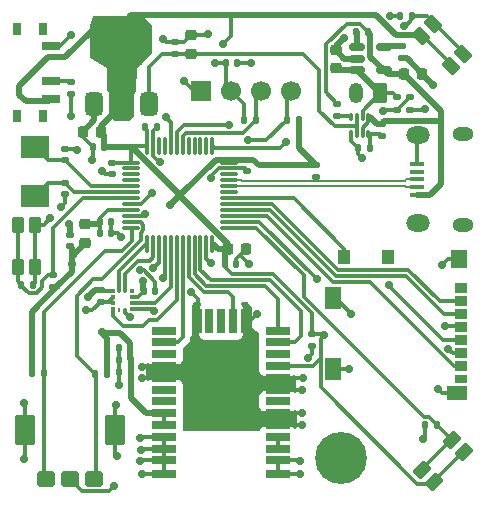
<source format=gbr>
%TF.GenerationSoftware,KiCad,Pcbnew,9.0.2*%
%TF.CreationDate,2025-09-05T22:55:57-04:00*%
%TF.ProjectId,GPSWatch,47505357-6174-4636-982e-6b696361645f,rev?*%
%TF.SameCoordinates,Original*%
%TF.FileFunction,Copper,L1,Top*%
%TF.FilePolarity,Positive*%
%FSLAX46Y46*%
G04 Gerber Fmt 4.6, Leading zero omitted, Abs format (unit mm)*
G04 Created by KiCad (PCBNEW 9.0.2) date 2025-09-05 22:55:57*
%MOMM*%
%LPD*%
G01*
G04 APERTURE LIST*
G04 Aperture macros list*
%AMRoundRect*
0 Rectangle with rounded corners*
0 $1 Rounding radius*
0 $2 $3 $4 $5 $6 $7 $8 $9 X,Y pos of 4 corners*
0 Add a 4 corners polygon primitive as box body*
4,1,4,$2,$3,$4,$5,$6,$7,$8,$9,$2,$3,0*
0 Add four circle primitives for the rounded corners*
1,1,$1+$1,$2,$3*
1,1,$1+$1,$4,$5*
1,1,$1+$1,$6,$7*
1,1,$1+$1,$8,$9*
0 Add four rect primitives between the rounded corners*
20,1,$1+$1,$2,$3,$4,$5,0*
20,1,$1+$1,$4,$5,$6,$7,0*
20,1,$1+$1,$6,$7,$8,$9,0*
20,1,$1+$1,$8,$9,$2,$3,0*%
G04 Aperture macros list end*
%TA.AperFunction,SMDPad,CuDef*%
%ADD10RoundRect,0.375000X0.375000X-0.625000X0.375000X0.625000X-0.375000X0.625000X-0.375000X-0.625000X0*%
%TD*%
%TA.AperFunction,SMDPad,CuDef*%
%ADD11RoundRect,0.500000X1.400000X-0.500000X1.400000X0.500000X-1.400000X0.500000X-1.400000X-0.500000X0*%
%TD*%
%TA.AperFunction,SMDPad,CuDef*%
%ADD12R,0.350000X0.300000*%
%TD*%
%TA.AperFunction,SMDPad,CuDef*%
%ADD13R,0.250000X0.300000*%
%TD*%
%TA.AperFunction,SMDPad,CuDef*%
%ADD14RoundRect,0.140000X-0.170000X0.140000X-0.170000X-0.140000X0.170000X-0.140000X0.170000X0.140000X0*%
%TD*%
%TA.AperFunction,SMDPad,CuDef*%
%ADD15RoundRect,0.135000X-0.135000X-0.185000X0.135000X-0.185000X0.135000X0.185000X-0.135000X0.185000X0*%
%TD*%
%TA.AperFunction,SMDPad,CuDef*%
%ADD16RoundRect,0.140000X-0.140000X-0.170000X0.140000X-0.170000X0.140000X0.170000X-0.140000X0.170000X0*%
%TD*%
%TA.AperFunction,SMDPad,CuDef*%
%ADD17RoundRect,0.250000X-0.123744X-0.512652X0.512652X0.123744X0.123744X0.512652X-0.512652X-0.123744X0*%
%TD*%
%TA.AperFunction,SMDPad,CuDef*%
%ADD18RoundRect,0.225000X0.225000X0.250000X-0.225000X0.250000X-0.225000X-0.250000X0.225000X-0.250000X0*%
%TD*%
%TA.AperFunction,SMDPad,CuDef*%
%ADD19RoundRect,0.225000X0.250000X-0.225000X0.250000X0.225000X-0.250000X0.225000X-0.250000X-0.225000X0*%
%TD*%
%TA.AperFunction,SMDPad,CuDef*%
%ADD20RoundRect,0.225000X-0.225000X-0.250000X0.225000X-0.250000X0.225000X0.250000X-0.225000X0.250000X0*%
%TD*%
%TA.AperFunction,SMDPad,CuDef*%
%ADD21R,1.300000X0.450000*%
%TD*%
%TA.AperFunction,HeatsinkPad*%
%ADD22O,1.800000X1.150000*%
%TD*%
%TA.AperFunction,HeatsinkPad*%
%ADD23O,2.000000X1.450000*%
%TD*%
%TA.AperFunction,SMDPad,CuDef*%
%ADD24RoundRect,0.050000X0.100000X-0.285000X0.100000X0.285000X-0.100000X0.285000X-0.100000X-0.285000X0*%
%TD*%
%TA.AperFunction,ComponentPad*%
%ADD25R,1.700000X1.700000*%
%TD*%
%TA.AperFunction,ComponentPad*%
%ADD26C,1.700000*%
%TD*%
%TA.AperFunction,SMDPad,CuDef*%
%ADD27RoundRect,0.140000X0.170000X-0.140000X0.170000X0.140000X-0.170000X0.140000X-0.170000X-0.140000X0*%
%TD*%
%TA.AperFunction,SMDPad,CuDef*%
%ADD28R,2.150000X0.700000*%
%TD*%
%TA.AperFunction,SMDPad,CuDef*%
%ADD29R,0.700000X2.150000*%
%TD*%
%TA.AperFunction,SMDPad,CuDef*%
%ADD30RoundRect,0.140000X0.140000X0.170000X-0.140000X0.170000X-0.140000X-0.170000X0.140000X-0.170000X0*%
%TD*%
%TA.AperFunction,SMDPad,CuDef*%
%ADD31RoundRect,0.075000X-0.662500X-0.075000X0.662500X-0.075000X0.662500X0.075000X-0.662500X0.075000X0*%
%TD*%
%TA.AperFunction,SMDPad,CuDef*%
%ADD32RoundRect,0.075000X-0.075000X-0.662500X0.075000X-0.662500X0.075000X0.662500X-0.075000X0.662500X0*%
%TD*%
%TA.AperFunction,SMDPad,CuDef*%
%ADD33RoundRect,0.135000X0.135000X0.185000X-0.135000X0.185000X-0.135000X-0.185000X0.135000X-0.185000X0*%
%TD*%
%TA.AperFunction,SMDPad,CuDef*%
%ADD34RoundRect,0.250000X-0.275000X0.450000X-0.275000X-0.450000X0.275000X-0.450000X0.275000X0.450000X0*%
%TD*%
%TA.AperFunction,SMDPad,CuDef*%
%ADD35RoundRect,0.135000X0.185000X-0.135000X0.185000X0.135000X-0.185000X0.135000X-0.185000X-0.135000X0*%
%TD*%
%TA.AperFunction,SMDPad,CuDef*%
%ADD36RoundRect,0.250000X0.512652X-0.123744X-0.123744X0.512652X-0.512652X0.123744X0.123744X-0.512652X0*%
%TD*%
%TA.AperFunction,ComponentPad*%
%ADD37C,4.400000*%
%TD*%
%TA.AperFunction,SMDPad,CuDef*%
%ADD38R,0.800000X1.000000*%
%TD*%
%TA.AperFunction,SMDPad,CuDef*%
%ADD39R,1.500000X0.700000*%
%TD*%
%TA.AperFunction,SMDPad,CuDef*%
%ADD40RoundRect,0.135000X-0.185000X0.135000X-0.185000X-0.135000X0.185000X-0.135000X0.185000X0.135000X0*%
%TD*%
%TA.AperFunction,SMDPad,CuDef*%
%ADD41RoundRect,0.195000X-0.555000X-0.455000X0.555000X-0.455000X0.555000X0.455000X-0.555000X0.455000X0*%
%TD*%
%TA.AperFunction,SMDPad,CuDef*%
%ADD42RoundRect,0.255000X-0.595000X-1.045000X0.595000X-1.045000X0.595000X1.045000X-0.595000X1.045000X0*%
%TD*%
%TA.AperFunction,SMDPad,CuDef*%
%ADD43RoundRect,0.150000X-0.512500X-0.150000X0.512500X-0.150000X0.512500X0.150000X-0.512500X0.150000X0*%
%TD*%
%TA.AperFunction,SMDPad,CuDef*%
%ADD44R,1.100000X0.850000*%
%TD*%
%TA.AperFunction,SMDPad,CuDef*%
%ADD45R,1.100000X0.750000*%
%TD*%
%TA.AperFunction,SMDPad,CuDef*%
%ADD46R,1.000000X1.200000*%
%TD*%
%TA.AperFunction,SMDPad,CuDef*%
%ADD47R,1.350000X1.550000*%
%TD*%
%TA.AperFunction,SMDPad,CuDef*%
%ADD48R,1.350000X1.900000*%
%TD*%
%TA.AperFunction,SMDPad,CuDef*%
%ADD49R,1.800000X1.170000*%
%TD*%
%TA.AperFunction,SMDPad,CuDef*%
%ADD50R,2.400000X1.900000*%
%TD*%
%TA.AperFunction,SMDPad,CuDef*%
%ADD51RoundRect,0.218750X-0.256250X0.218750X-0.256250X-0.218750X0.256250X-0.218750X0.256250X0.218750X0*%
%TD*%
%TA.AperFunction,ComponentPad*%
%ADD52RoundRect,0.250000X0.350000X0.625000X-0.350000X0.625000X-0.350000X-0.625000X0.350000X-0.625000X0*%
%TD*%
%TA.AperFunction,ComponentPad*%
%ADD53O,1.200000X1.750000*%
%TD*%
%TA.AperFunction,ViaPad*%
%ADD54C,0.700000*%
%TD*%
%TA.AperFunction,Conductor*%
%ADD55C,0.300000*%
%TD*%
%TA.AperFunction,Conductor*%
%ADD56C,0.500000*%
%TD*%
%TA.AperFunction,Conductor*%
%ADD57C,0.200000*%
%TD*%
G04 APERTURE END LIST*
D10*
%TO.P,U2,1,GND*%
%TO.N,GND*%
X142500000Y-100800000D03*
%TO.P,U2,2,VO*%
%TO.N,+3.3V*%
X144800000Y-100800000D03*
D11*
X144800000Y-94500000D03*
D10*
%TO.P,U2,3,VI*%
%TO.N,/VCC*%
X147100000Y-100800000D03*
%TD*%
D12*
%TO.P,U6,1,SDO*%
%TO.N,/ACC_MISO*%
X145637500Y-118125000D03*
%TO.P,U6,2,SDX*%
%TO.N,/ACC_MOSI*%
X145637500Y-117625000D03*
%TO.P,U6,3,VDDIO*%
%TO.N,+3.3V*%
X145637500Y-117125000D03*
%TO.P,U6,4,ASDA*%
%TO.N,unconnected-(U6-ASDA-Pad4)*%
X145637500Y-116625000D03*
D13*
%TO.P,U6,5,INT1*%
%TO.N,/ACCEl_INT1*%
X145112500Y-116575000D03*
%TO.P,U6,6,INT2*%
%TO.N,/ACCEl_INT2*%
X144612500Y-116575000D03*
D12*
%TO.P,U6,7,VDD*%
%TO.N,+3.3V*%
X144087500Y-116625000D03*
%TO.P,U6,8,GNDIO*%
%TO.N,GND*%
X144087500Y-117125000D03*
%TO.P,U6,9,GND*%
X144087500Y-117625000D03*
%TO.P,U6,10,~{CS}*%
%TO.N,/ACC_CS*%
X144087500Y-118125000D03*
D13*
%TO.P,U6,11,ASCL*%
%TO.N,unconnected-(U6-ASCL-Pad11)*%
X144612500Y-118175000D03*
%TO.P,U6,12,SCX*%
%TO.N,/ACC_SCK*%
X145112500Y-118175000D03*
%TD*%
D14*
%TO.P,C16,1*%
%TO.N,+3.3V*%
X160900000Y-120270000D03*
%TO.P,C16,2*%
%TO.N,GND*%
X160900000Y-121230000D03*
%TD*%
D15*
%TO.P,R15,1*%
%TO.N,GND*%
X168365000Y-93325000D03*
%TO.P,R15,2*%
%TO.N,/BTN_SEL*%
X169385000Y-93325000D03*
%TD*%
D16*
%TO.P,C15,1*%
%TO.N,+3.3V*%
X146670000Y-116600000D03*
%TO.P,C15,2*%
%TO.N,GND*%
X147630000Y-116600000D03*
%TD*%
D14*
%TO.P,C18,1*%
%TO.N,+3.3V*%
X143037500Y-116545000D03*
%TO.P,C18,2*%
%TO.N,GND*%
X143037500Y-117505000D03*
%TD*%
D16*
%TO.P,C4,1*%
%TO.N,+3.3V*%
X153545000Y-114300000D03*
%TO.P,C4,2*%
%TO.N,GND*%
X154505000Y-114300000D03*
%TD*%
D17*
%TO.P,SW4,1,1*%
%TO.N,/BTN_BCK*%
X170218091Y-131763675D03*
X172763675Y-129218091D03*
%TO.P,SW4,2,2*%
%TO.N,+3.3V*%
X171236325Y-132781909D03*
X173781909Y-130236325D03*
%TD*%
D15*
%TO.P,R10,1*%
%TO.N,+3.3V*%
X137190000Y-123575000D03*
%TO.P,R10,2*%
%TO.N,/ENC_A*%
X138210000Y-123575000D03*
%TD*%
D18*
%TO.P,C13,1*%
%TO.N,+3.3V*%
X143045000Y-103145000D03*
%TO.P,C13,2*%
%TO.N,GND*%
X141495000Y-103145000D03*
%TD*%
D19*
%TO.P,C10,1*%
%TO.N,/VBAT*%
X162925000Y-97750000D03*
%TO.P,C10,2*%
%TO.N,GND*%
X162925000Y-96200000D03*
%TD*%
D20*
%TO.P,C9,1*%
%TO.N,/VBUS*%
X168712500Y-98237500D03*
%TO.P,C9,2*%
%TO.N,GND*%
X170262500Y-98237500D03*
%TD*%
D16*
%TO.P,C6,1*%
%TO.N,Net-(U1-VDDA)*%
X142945000Y-111730000D03*
%TO.P,C6,2*%
%TO.N,GND*%
X143905000Y-111730000D03*
%TD*%
%TO.P,C7,1*%
%TO.N,Net-(U1-VDDA)*%
X142945000Y-110730000D03*
%TO.P,C7,2*%
%TO.N,GND*%
X143905000Y-110730000D03*
%TD*%
D21*
%TO.P,J1,1,VBUS*%
%TO.N,/VBUS*%
X169825000Y-108450000D03*
%TO.P,J1,2,D-*%
%TO.N,/D-*%
X169825000Y-107800000D03*
%TO.P,J1,3,D+*%
%TO.N,/D+*%
X169825000Y-107150000D03*
%TO.P,J1,4,ID*%
%TO.N,unconnected-(J1-ID-Pad4)*%
X169825000Y-106500000D03*
%TO.P,J1,5,GND*%
%TO.N,GND*%
X169825000Y-105850000D03*
D22*
%TO.P,J1,6,Shield*%
X173675000Y-111025000D03*
D23*
X169875000Y-110875000D03*
X169875000Y-103425000D03*
D22*
X173675000Y-103275000D03*
%TD*%
D15*
%TO.P,R6,1*%
%TO.N,GND*%
X164815000Y-104485000D03*
%TO.P,R6,2*%
%TO.N,Net-(U4-PR1)*%
X165835000Y-104485000D03*
%TD*%
D20*
%TO.P,C5,1*%
%TO.N,+3.3V*%
X153800000Y-113025000D03*
%TO.P,C5,2*%
%TO.N,GND*%
X155350000Y-113025000D03*
%TD*%
D24*
%TO.P,U4,1,GND*%
%TO.N,GND*%
X164200000Y-103350000D03*
%TO.P,U4,2,VOUT*%
%TO.N,/VCC*%
X164700000Y-103350000D03*
%TO.P,U4,3,VIN1*%
%TO.N,/VBUS*%
X165200000Y-103350000D03*
%TO.P,U4,4,PR1*%
%TO.N,Net-(U4-PR1)*%
X165700000Y-103350000D03*
%TO.P,U4,5,MODE*%
%TO.N,/VBUS*%
X165700000Y-101870000D03*
%TO.P,U4,6,VIN2*%
%TO.N,/VBAT*%
X165200000Y-101870000D03*
%TO.P,U4,7,VOUT*%
%TO.N,/VCC*%
X164700000Y-101870000D03*
%TO.P,U4,8,ST*%
%TO.N,Net-(U4-ST)*%
X164200000Y-101870000D03*
%TD*%
D25*
%TO.P,J5,1,Pin_1*%
%TO.N,GND*%
X151515000Y-99700000D03*
D26*
%TO.P,J5,2,Pin_2*%
%TO.N,+3.3V*%
X154055000Y-99700000D03*
%TO.P,J5,3,Pin_3*%
%TO.N,/DISP_SCL*%
X156595000Y-99700000D03*
%TO.P,J5,4,Pin_4*%
%TO.N,/DISP_SDA*%
X159135000Y-99700000D03*
%TD*%
D27*
%TO.P,C12,1*%
%TO.N,/VCC*%
X149325000Y-96505000D03*
%TO.P,C12,2*%
%TO.N,GND*%
X149325000Y-95545000D03*
%TD*%
D28*
%TO.P,U5,1*%
%TO.N,N/C*%
X148425000Y-119950000D03*
%TO.P,U5,2,3D_FIX*%
%TO.N,/3D_FIX*%
X148425000Y-120950000D03*
%TO.P,U5,3,I2C_SDA*%
%TO.N,unconnected-(U5-I2C_SDA-Pad3)*%
X148425000Y-121950000D03*
%TO.P,U5,4,GND*%
%TO.N,GND*%
X148425000Y-122950000D03*
%TO.P,U5,5,GND__1*%
X148425000Y-123950000D03*
%TO.P,U5,6,I2C_SCL*%
%TO.N,unconnected-(U5-I2C_SCL-Pad6)*%
X148425000Y-124950000D03*
%TO.P,U5,7,EXTINT0*%
%TO.N,unconnected-(U5-EXTINT0-Pad7)*%
X148425000Y-125950000D03*
%TO.P,U5,8,V_BCKP*%
%TO.N,+3.3V*%
X148425000Y-126950000D03*
%TO.P,U5,9,VCC*%
X148425000Y-127950000D03*
%TO.P,U5,10,GND__2*%
%TO.N,GND*%
X148425000Y-128950000D03*
%TO.P,U5,11,GND__3*%
X148425000Y-129950000D03*
%TO.P,U5,12,GND__4*%
X148425000Y-130950000D03*
%TO.P,U5,13,GND__5*%
X148425000Y-132100000D03*
%TO.P,U5,14,GND__6*%
X158025000Y-132100000D03*
%TO.P,U5,15,GND__7*%
X158025000Y-130950000D03*
%TO.P,U5,16,RF_OUT*%
%TO.N,Net-(U5-RF_IN)*%
X158025000Y-129950000D03*
%TO.P,U5,17,RF_IN*%
X158025000Y-128950000D03*
%TO.P,U5,18,GND__8*%
%TO.N,GND*%
X158025000Y-127950000D03*
%TO.P,U5,19,GND__9*%
X158025000Y-126950000D03*
%TO.P,U5,20,JAM_DET*%
%TO.N,unconnected-(U5-JAM_DET-Pad20)*%
X158025000Y-125950000D03*
%TO.P,U5,21,GND__10*%
%TO.N,GND*%
X158025000Y-124950000D03*
%TO.P,U5,22,GND__11*%
X158025000Y-123950000D03*
%TO.P,U5,23,~{RESET}*%
%TO.N,+3.3V*%
X158025000Y-122950000D03*
%TO.P,U5,24,GEO_FENCE*%
%TO.N,unconnected-(U5-GEO_FENCE-Pad24)*%
X158025000Y-121950000D03*
%TO.P,U5,25,TXD1*%
%TO.N,/GPS_TX*%
X158025000Y-120950000D03*
%TO.P,U5,26,RXD1*%
%TO.N,/GPS_RX*%
X158025000Y-119950000D03*
D29*
%TO.P,U5,27,GND__12*%
%TO.N,GND*%
X155225000Y-119150000D03*
%TO.P,U5,28,FORCE_ON*%
%TO.N,/GPS_FON*%
X154225000Y-119150000D03*
%TO.P,U5,29,TIMEPULSE*%
%TO.N,unconnected-(U5-TIMEPULSE-Pad29)*%
X153225000Y-119150000D03*
%TO.P,U5,30,ANTON*%
%TO.N,unconnected-(U5-ANTON-Pad30)*%
X152225000Y-119150000D03*
%TO.P,U5,31,GND__13*%
%TO.N,GND*%
X151225000Y-119150000D03*
%TD*%
D30*
%TO.P,C22,1*%
%TO.N,+3.3V*%
X145555000Y-122425000D03*
%TO.P,C22,2*%
%TO.N,GND*%
X144595000Y-122425000D03*
%TD*%
D14*
%TO.P,C1,1*%
%TO.N,+3.3V*%
X155425000Y-105470000D03*
%TO.P,C1,2*%
%TO.N,GND*%
X155425000Y-106430000D03*
%TD*%
D16*
%TO.P,C17,1*%
%TO.N,+3.3V*%
X153620000Y-97300000D03*
%TO.P,C17,2*%
%TO.N,GND*%
X154580000Y-97300000D03*
%TD*%
D31*
%TO.P,U1,1,VBAT*%
%TO.N,+3.3V*%
X145562500Y-105725000D03*
%TO.P,U1,2,PC13*%
%TO.N,unconnected-(U1-PC13-Pad2)*%
X145562500Y-106225000D03*
%TO.P,U1,3,PC14*%
%TO.N,unconnected-(U1-PC14-Pad3)*%
X145562500Y-106725000D03*
%TO.P,U1,4,PC15*%
%TO.N,unconnected-(U1-PC15-Pad4)*%
X145562500Y-107225000D03*
%TO.P,U1,5,PD0*%
%TO.N,/HSE_IN*%
X145562500Y-107725000D03*
%TO.P,U1,6,PD1*%
%TO.N,/HSE_OUT*%
X145562500Y-108225000D03*
%TO.P,U1,7,NRST*%
%TO.N,Net-(U1-NRST)*%
X145562500Y-108725000D03*
%TO.P,U1,8,VSSA*%
%TO.N,GND*%
X145562500Y-109225000D03*
%TO.P,U1,9,VDDA*%
%TO.N,Net-(U1-VDDA)*%
X145562500Y-109725000D03*
%TO.P,U1,10,PA0*%
%TO.N,/BATSTAT*%
X145562500Y-110225000D03*
%TO.P,U1,11,PA1*%
%TO.N,/ENC_B*%
X145562500Y-110725000D03*
%TO.P,U1,12,PA2*%
%TO.N,/ENC_A*%
X145562500Y-111225000D03*
D32*
%TO.P,U1,13,PA3*%
%TO.N,/ACCEl_INT2*%
X146975000Y-112637500D03*
%TO.P,U1,14,PA4*%
%TO.N,/ACCEl_INT1*%
X147475000Y-112637500D03*
%TO.P,U1,15,PA5*%
%TO.N,/ACC_SCK*%
X147975000Y-112637500D03*
%TO.P,U1,16,PA6*%
%TO.N,/ACC_MISO*%
X148475000Y-112637500D03*
%TO.P,U1,17,PA7*%
%TO.N,/ACC_MOSI*%
X148975000Y-112637500D03*
%TO.P,U1,18,PB0*%
%TO.N,/ACC_CS*%
X149475000Y-112637500D03*
%TO.P,U1,19,PB1*%
%TO.N,/3D_FIX*%
X149975000Y-112637500D03*
%TO.P,U1,20,PB2*%
%TO.N,/GPS_FON*%
X150475000Y-112637500D03*
%TO.P,U1,21,PB10*%
%TO.N,/GPS_RX*%
X150975000Y-112637500D03*
%TO.P,U1,22,PB11*%
%TO.N,/GPS_TX*%
X151475000Y-112637500D03*
%TO.P,U1,23,VSS*%
%TO.N,GND*%
X151975000Y-112637500D03*
%TO.P,U1,24,VDD*%
%TO.N,+3.3V*%
X152475000Y-112637500D03*
D31*
%TO.P,U1,25,PB12*%
%TO.N,/BTN_BCK*%
X153887500Y-111225000D03*
%TO.P,U1,26,PB13*%
%TO.N,/SD_SCK*%
X153887500Y-110725000D03*
%TO.P,U1,27,PB14*%
%TO.N,/SD_MISO*%
X153887500Y-110225000D03*
%TO.P,U1,28,PB15*%
%TO.N,/SD_MOSI*%
X153887500Y-109725000D03*
%TO.P,U1,29,PA8*%
%TO.N,/SD_CS*%
X153887500Y-109225000D03*
%TO.P,U1,30,PA9*%
%TO.N,/SD_DET*%
X153887500Y-108725000D03*
%TO.P,U1,31,PA10*%
%TO.N,unconnected-(U1-PA10-Pad31)*%
X153887500Y-108225000D03*
%TO.P,U1,32,PA11*%
%TO.N,/D-*%
X153887500Y-107725000D03*
%TO.P,U1,33,PA12*%
%TO.N,/D+*%
X153887500Y-107225000D03*
%TO.P,U1,34,PA13*%
%TO.N,unconnected-(U1-PA13-Pad34)*%
X153887500Y-106725000D03*
%TO.P,U1,35,VSS*%
%TO.N,GND*%
X153887500Y-106225000D03*
%TO.P,U1,36,VDD*%
%TO.N,+3.3V*%
X153887500Y-105725000D03*
D32*
%TO.P,U1,37,PA14*%
%TO.N,/BTN_SEL*%
X152475000Y-104312500D03*
%TO.P,U1,38,PA15*%
%TO.N,unconnected-(U1-PA15-Pad38)*%
X151975000Y-104312500D03*
%TO.P,U1,39,PB3*%
%TO.N,unconnected-(U1-PB3-Pad39)*%
X151475000Y-104312500D03*
%TO.P,U1,40,PB4*%
%TO.N,unconnected-(U1-PB4-Pad40)*%
X150975000Y-104312500D03*
%TO.P,U1,41,PB5*%
%TO.N,unconnected-(U1-PB5-Pad41)*%
X150475000Y-104312500D03*
%TO.P,U1,42,PB6*%
%TO.N,/DISP_SCL*%
X149975000Y-104312500D03*
%TO.P,U1,43,PB7*%
%TO.N,/DISP_SDA*%
X149475000Y-104312500D03*
%TO.P,U1,44,BOOT0*%
%TO.N,Net-(U1-BOOT0)*%
X148975000Y-104312500D03*
%TO.P,U1,45,PB8*%
%TO.N,unconnected-(U1-PB8-Pad45)*%
X148475000Y-104312500D03*
%TO.P,U1,46,PB9*%
%TO.N,unconnected-(U1-PB9-Pad46)*%
X147975000Y-104312500D03*
%TO.P,U1,47,VSS*%
%TO.N,GND*%
X147475000Y-104312500D03*
%TO.P,U1,48,VDD*%
%TO.N,+3.3V*%
X146975000Y-104312500D03*
%TD*%
D33*
%TO.P,R3,1*%
%TO.N,/VBUS*%
X165672500Y-94637500D03*
%TO.P,R3,2*%
%TO.N,Net-(U3-STAT)*%
X164652500Y-94637500D03*
%TD*%
D34*
%TO.P,SW5,1,1*%
%TO.N,GND*%
X137445000Y-110975000D03*
X137445000Y-114575000D03*
%TO.P,SW5,2,2*%
%TO.N,Net-(U1-NRST)*%
X136005000Y-110975000D03*
X136005000Y-114575000D03*
%TD*%
D15*
%TO.P,R8,1*%
%TO.N,+3.3V*%
X155165000Y-102150000D03*
%TO.P,R8,2*%
%TO.N,/DISP_SCL*%
X156185000Y-102150000D03*
%TD*%
D35*
%TO.P,R17,1*%
%TO.N,/D+*%
X161250000Y-106985000D03*
%TO.P,R17,2*%
%TO.N,+3.3V*%
X161250000Y-105965000D03*
%TD*%
D36*
%TO.P,SW3,1,1*%
%TO.N,+3.3V*%
X172663675Y-97581909D03*
X170118091Y-95036325D03*
%TO.P,SW3,2,2*%
%TO.N,/BTN_SEL*%
X173681909Y-96563675D03*
X171136325Y-94018091D03*
%TD*%
D15*
%TO.P,R11,1*%
%TO.N,/ENC_B*%
X142515000Y-123600000D03*
%TO.P,R11,2*%
%TO.N,+3.3V*%
X143535000Y-123600000D03*
%TD*%
D37*
%TO.P,H1,1,1*%
%TO.N,GND*%
X163400000Y-130700000D03*
%TD*%
D33*
%TO.P,R9,1*%
%TO.N,+3.3V*%
X159785000Y-102100000D03*
%TO.P,R9,2*%
%TO.N,/DISP_SDA*%
X158765000Y-102100000D03*
%TD*%
D14*
%TO.P,C24,1*%
%TO.N,/HSE_OUT*%
X139975000Y-107445000D03*
%TO.P,C24,2*%
%TO.N,GND*%
X139975000Y-108405000D03*
%TD*%
D38*
%TO.P,SW2,*%
%TO.N,*%
X138185000Y-94450000D03*
X135975000Y-94450000D03*
X138185000Y-101750000D03*
X135975000Y-101750000D03*
D39*
%TO.P,SW2,1,A*%
%TO.N,GND*%
X138835000Y-95850000D03*
%TO.P,SW2,2,B*%
%TO.N,Net-(SW2-B)*%
X138835000Y-98850000D03*
%TO.P,SW2,3,C*%
%TO.N,+3.3V*%
X138835000Y-100350000D03*
%TD*%
D40*
%TO.P,R5,1*%
%TO.N,/VBUS*%
X166825000Y-102475000D03*
%TO.P,R5,2*%
%TO.N,Net-(U4-PR1)*%
X166825000Y-103495000D03*
%TD*%
D30*
%TO.P,C23,1*%
%TO.N,+3.3V*%
X145530000Y-121425000D03*
%TO.P,C23,2*%
%TO.N,GND*%
X144570000Y-121425000D03*
%TD*%
D40*
%TO.P,R4,1*%
%TO.N,Net-(U3-PROG)*%
X168512500Y-95887500D03*
%TO.P,R4,2*%
%TO.N,GND*%
X168512500Y-96907500D03*
%TD*%
D30*
%TO.P,C21,1*%
%TO.N,+3.3V*%
X145555000Y-123450000D03*
%TO.P,C21,2*%
%TO.N,GND*%
X144595000Y-123450000D03*
%TD*%
D41*
%TO.P,SW1,1,A*%
%TO.N,/ENC_A*%
X138425000Y-132550000D03*
%TO.P,SW1,2,C*%
%TO.N,GND*%
X140425000Y-132550000D03*
%TO.P,SW1,3,B*%
%TO.N,/ENC_B*%
X142425000Y-132550000D03*
D42*
%TO.P,SW1,4,4*%
%TO.N,GND*%
X144225000Y-128400000D03*
%TO.P,SW1,5,5*%
X136625000Y-128400000D03*
%TD*%
D40*
%TO.P,R1,1*%
%TO.N,/VBAT*%
X168100000Y-100215000D03*
%TO.P,R1,2*%
%TO.N,/BATSTAT*%
X168100000Y-101235000D03*
%TD*%
D30*
%TO.P,C20,1*%
%TO.N,GND*%
X137280000Y-116100000D03*
%TO.P,C20,2*%
%TO.N,Net-(U1-NRST)*%
X136320000Y-116100000D03*
%TD*%
D27*
%TO.P,C8,1*%
%TO.N,+3.3V*%
X140450000Y-112830000D03*
%TO.P,C8,2*%
%TO.N,GND*%
X140450000Y-111870000D03*
%TD*%
D30*
%TO.P,C14,1*%
%TO.N,+3.3V*%
X143300000Y-104445000D03*
%TO.P,C14,2*%
%TO.N,GND*%
X142340000Y-104445000D03*
%TD*%
D15*
%TO.P,R16,1*%
%TO.N,GND*%
X170490000Y-127925000D03*
%TO.P,R16,2*%
%TO.N,/BTN_BCK*%
X171510000Y-127925000D03*
%TD*%
D19*
%TO.P,C11,1*%
%TO.N,/VCC*%
X150675000Y-96500000D03*
%TO.P,C11,2*%
%TO.N,GND*%
X150675000Y-94950000D03*
%TD*%
D27*
%TO.P,C19,1*%
%TO.N,/HSE_IN*%
X140000000Y-105550000D03*
%TO.P,C19,2*%
%TO.N,GND*%
X140000000Y-104590000D03*
%TD*%
D43*
%TO.P,U3,1,STAT*%
%TO.N,Net-(U3-STAT)*%
X164700000Y-95975000D03*
%TO.P,U3,2,V_{SS}*%
%TO.N,GND*%
X164700000Y-96925000D03*
%TO.P,U3,3,V_{BAT}*%
%TO.N,/VBAT*%
X164700000Y-97875000D03*
%TO.P,U3,4,V_{DD}*%
%TO.N,/VBUS*%
X166975000Y-97875000D03*
%TO.P,U3,5,PROG*%
%TO.N,Net-(U3-PROG)*%
X166975000Y-95975000D03*
%TD*%
D40*
%TO.P,R2,1*%
%TO.N,/BATSTAT*%
X169175000Y-100215000D03*
%TO.P,R2,2*%
%TO.N,GND*%
X169175000Y-101235000D03*
%TD*%
D14*
%TO.P,C2,1*%
%TO.N,+3.3V*%
X143950000Y-105745000D03*
%TO.P,C2,2*%
%TO.N,GND*%
X143950000Y-106705000D03*
%TD*%
D44*
%TO.P,J4,1,DAT2*%
%TO.N,unconnected-(J4-DAT2-Pad1)*%
X173512500Y-116370000D03*
%TO.P,J4,2,DAT3/CD*%
%TO.N,/SD_CS*%
X173512500Y-117470000D03*
%TO.P,J4,3,CMD*%
%TO.N,/SD_MOSI*%
X173512500Y-118570000D03*
%TO.P,J4,4,VDD*%
%TO.N,+3.3V*%
X173512500Y-119670000D03*
%TO.P,J4,5,CLK*%
%TO.N,/SD_SCK*%
X173512500Y-120770000D03*
%TO.P,J4,6,VSS*%
%TO.N,GND*%
X173512500Y-121870000D03*
%TO.P,J4,7,DAT0*%
%TO.N,/SD_MISO*%
X173512500Y-122970000D03*
D45*
%TO.P,J4,8,DAT1*%
%TO.N,unconnected-(J4-DAT1-Pad8)*%
X173512500Y-124020000D03*
D46*
%TO.P,J4,9,DET_B*%
%TO.N,unconnected-(J4-DET_B-Pad9)*%
X167362500Y-113735000D03*
%TO.P,J4,10,DET_A*%
%TO.N,/SD_DET*%
X163662500Y-113735000D03*
D47*
%TO.P,J4,11,SHIELD*%
%TO.N,GND*%
X173387500Y-113910000D03*
D48*
X162687500Y-117235000D03*
X162687500Y-123205000D03*
D49*
X173162500Y-125230000D03*
%TD*%
D50*
%TO.P,Y1,1*%
%TO.N,/HSE_IN*%
X137450000Y-104450000D03*
%TO.P,Y1,2*%
%TO.N,/HSE_OUT*%
X137450000Y-108550000D03*
%TD*%
D51*
%TO.P,FB1,1*%
%TO.N,Net-(U1-VDDA)*%
X141725000Y-110962500D03*
%TO.P,FB1,2*%
%TO.N,+3.3V*%
X141725000Y-112537500D03*
%TD*%
D35*
%TO.P,R13,1*%
%TO.N,+3.3V*%
X138975000Y-116285000D03*
%TO.P,R13,2*%
%TO.N,Net-(U1-NRST)*%
X138975000Y-115265000D03*
%TD*%
D40*
%TO.P,R12,1*%
%TO.N,Net-(SW2-B)*%
X140475000Y-98865000D03*
%TO.P,R12,2*%
%TO.N,Net-(U1-BOOT0)*%
X140475000Y-99885000D03*
%TD*%
D35*
%TO.P,R7,1*%
%TO.N,Net-(U4-ST)*%
X163075000Y-101780000D03*
%TO.P,R7,2*%
%TO.N,/VBUS*%
X163075000Y-100760000D03*
%TD*%
D16*
%TO.P,C3,1*%
%TO.N,+3.3V*%
X146795000Y-102750000D03*
%TO.P,C3,2*%
%TO.N,GND*%
X147755000Y-102750000D03*
%TD*%
D52*
%TO.P,J2,1,Pin_1*%
%TO.N,/VBAT*%
X166675000Y-99875000D03*
D53*
%TO.P,J2,2,Pin_2*%
%TO.N,GND*%
X164675000Y-99875000D03*
%TD*%
D54*
%TO.N,GND*%
X142300000Y-105500000D03*
%TO.N,+3.3V*%
X153400000Y-95700000D03*
X152700000Y-97300000D03*
%TO.N,GND*%
X148090686Y-105709314D03*
X136550000Y-130825000D03*
X150700000Y-116725000D03*
X164025000Y-123200000D03*
X144325000Y-126225000D03*
X146400000Y-130100000D03*
X146500000Y-132100000D03*
X164250000Y-118550000D03*
X171900000Y-114425000D03*
X160100000Y-126900000D03*
X167544295Y-93325000D03*
X172425449Y-121469999D03*
X144425000Y-130550000D03*
X136525000Y-126100000D03*
X160600000Y-122275000D03*
X160075000Y-125000000D03*
X143100000Y-106450000D03*
X150075000Y-98850000D03*
X165150000Y-105300000D03*
X141775000Y-118250000D03*
X144750000Y-112000000D03*
X152351164Y-107051164D03*
X141000000Y-104650000D03*
X160100000Y-127925000D03*
X171550000Y-124875000D03*
X163622064Y-95197064D03*
X146500000Y-123025000D03*
X152350000Y-114225000D03*
X146375000Y-129075000D03*
X147375000Y-108275000D03*
X146500000Y-124000000D03*
X155550000Y-114300000D03*
X160125000Y-124000000D03*
X144575000Y-124600000D03*
X170325000Y-129150000D03*
X155750000Y-97275000D03*
X159900000Y-132075000D03*
X156250000Y-118550000D03*
X140525000Y-94900000D03*
X139625000Y-109525000D03*
X170475000Y-101225000D03*
X171200000Y-99200000D03*
X146350000Y-131000000D03*
X159925000Y-130975000D03*
X144125000Y-133150000D03*
X138750000Y-110450000D03*
X152125000Y-94825000D03*
X146375000Y-114850000D03*
X140325000Y-110925000D03*
X148300000Y-95275000D03*
%TO.N,+3.3V*%
X140575000Y-114350000D03*
X172150000Y-119575000D03*
X161950000Y-120350000D03*
X148868537Y-109343537D03*
X141925000Y-117125000D03*
X143100000Y-120100000D03*
X146575000Y-115750000D03*
%TO.N,/DISP_SDA*%
X153925000Y-102524000D03*
X155475000Y-103825000D03*
%TO.N,/ACC_SCK*%
X145497222Y-118825002D03*
X147488066Y-114681753D03*
%TO.N,/ACC_MISO*%
X147522504Y-118325000D03*
X148275000Y-115525000D03*
%TO.N,/BATSTAT*%
X146790935Y-110068411D03*
X166950000Y-101375000D03*
%TO.N,Net-(U1-BOOT0)*%
X140550000Y-101800000D03*
X148525000Y-101875000D03*
%TO.N,/SD_SCK*%
X161300000Y-115625000D03*
X167400000Y-116125000D03*
%TO.N,/BTN_SEL*%
X168725000Y-94161325D03*
X158700000Y-104000000D03*
%TD*%
D55*
%TO.N,+3.3V*%
X146975000Y-104312500D02*
X145827500Y-104312500D01*
X145827500Y-104312500D02*
X145695000Y-104445000D01*
X145562500Y-104577500D02*
X145695000Y-104445000D01*
X145562500Y-105725000D02*
X145562500Y-104577500D01*
D56*
X145695000Y-104445000D02*
X143300000Y-104445000D01*
D55*
%TO.N,GND*%
X142340000Y-105460000D02*
X142300000Y-105500000D01*
X142340000Y-104445000D02*
X142340000Y-105460000D01*
%TO.N,+3.3V*%
X154100000Y-95000000D02*
X154100000Y-93250000D01*
X153400000Y-95700000D02*
X154100000Y-95000000D01*
D56*
X154100000Y-93250000D02*
X166337925Y-93250000D01*
D55*
X153620000Y-97300000D02*
X152700000Y-97300000D01*
D56*
X145599100Y-93250000D02*
X154100000Y-93250000D01*
X145695000Y-104445000D02*
X149675000Y-108425000D01*
X144800000Y-94049100D02*
X145599100Y-93250000D01*
X144800000Y-94550000D02*
X144800000Y-94049100D01*
X140036000Y-96764000D02*
X142250000Y-94550000D01*
X142250000Y-94550000D02*
X144800000Y-94550000D01*
X136124000Y-99993917D02*
X136124000Y-99206083D01*
X136681083Y-100551000D02*
X136124000Y-99993917D01*
X136124000Y-99206083D02*
X138566083Y-96764000D01*
X138566083Y-96764000D02*
X140036000Y-96764000D01*
X138634000Y-100551000D02*
X136681083Y-100551000D01*
X138835000Y-100350000D02*
X138634000Y-100551000D01*
X143045000Y-102605000D02*
X144800000Y-100850000D01*
X143045000Y-103145000D02*
X143045000Y-102605000D01*
X143300000Y-103400000D02*
X143045000Y-103145000D01*
X143300000Y-104445000D02*
X143300000Y-103400000D01*
D55*
%TO.N,GND*%
X141495000Y-103600000D02*
X142340000Y-104445000D01*
X141495000Y-103145000D02*
X141495000Y-103600000D01*
D56*
X142500000Y-102140000D02*
X141495000Y-103145000D01*
X142500000Y-100850000D02*
X142500000Y-102140000D01*
D55*
%TO.N,/VCC*%
X147100000Y-97600000D02*
X147100000Y-100850000D01*
X148195000Y-96505000D02*
X147100000Y-97600000D01*
X149325000Y-96505000D02*
X148195000Y-96505000D01*
%TO.N,GND*%
X139975000Y-109175000D02*
X139625000Y-109525000D01*
D56*
X140450000Y-111050000D02*
X140325000Y-110925000D01*
D55*
X150925000Y-99700000D02*
X150075000Y-98850000D01*
X144225000Y-130350000D02*
X144425000Y-130550000D01*
X173512500Y-121870000D02*
X172825450Y-121870000D01*
X151975000Y-112637500D02*
X151975000Y-113850000D01*
X143905000Y-110730000D02*
X143905000Y-111730000D01*
X146550000Y-129950000D02*
X146400000Y-130100000D01*
X148425000Y-129950000D02*
X146550000Y-129950000D01*
X158025000Y-130950000D02*
X158025000Y-132100000D01*
X160900000Y-121230000D02*
X160900000Y-121975000D01*
X148425000Y-122950000D02*
X146575000Y-122950000D01*
X137445000Y-110975000D02*
X137445000Y-114575000D01*
X154825000Y-113550000D02*
X155550000Y-114275000D01*
X144570000Y-121425000D02*
X144570000Y-122400000D01*
X169175000Y-101235000D02*
X170465000Y-101235000D01*
X152275000Y-106975000D02*
X152351164Y-107051164D01*
X173387500Y-113910000D02*
X172415000Y-113910000D01*
X147475000Y-105175000D02*
X148050000Y-105750000D01*
X159900000Y-130950000D02*
X159925000Y-130975000D01*
X146400000Y-130950000D02*
X146350000Y-131000000D01*
X144595000Y-124580000D02*
X144575000Y-124600000D01*
X151975000Y-113850000D02*
X152350000Y-114225000D01*
X143950000Y-106705000D02*
X143355000Y-106705000D01*
X137445000Y-110975000D02*
X138225000Y-110975000D01*
X170490000Y-128985000D02*
X170325000Y-129150000D01*
X148425000Y-132100000D02*
X146500000Y-132100000D01*
X143724000Y-133551000D02*
X144125000Y-133150000D01*
X140940000Y-104590000D02*
X141000000Y-104650000D01*
X154580000Y-97300000D02*
X155725000Y-97300000D01*
X153887500Y-106225000D02*
X155220000Y-106225000D01*
X144480000Y-111730000D02*
X144750000Y-112000000D01*
D56*
X170262500Y-98237500D02*
X170262500Y-98262500D01*
D55*
X147475000Y-104312500D02*
X147475000Y-103030000D01*
X142292500Y-118250000D02*
X141775000Y-118250000D01*
X172825450Y-121870000D02*
X172425449Y-121469999D01*
X143037500Y-117505000D02*
X143967500Y-117505000D01*
X140000000Y-104590000D02*
X140940000Y-104590000D01*
X164815000Y-104485000D02*
X164815000Y-104965000D01*
X136625000Y-128400000D02*
X136625000Y-126200000D01*
X155650000Y-119150000D02*
X156250000Y-118550000D01*
X169825000Y-105850000D02*
X169825000Y-103475000D01*
X170490000Y-127925000D02*
X170490000Y-128985000D01*
X145562500Y-109225000D02*
X146425000Y-109225000D01*
X158025000Y-127950000D02*
X160075000Y-127950000D01*
X153887500Y-106225000D02*
X153025000Y-106225000D01*
X154505000Y-114300000D02*
X154505000Y-113870000D01*
X144570000Y-122400000D02*
X144595000Y-122425000D01*
X147630000Y-116600000D02*
X147630000Y-115813636D01*
X150080000Y-95545000D02*
X150675000Y-94950000D01*
X141426000Y-133551000D02*
X143724000Y-133551000D01*
X160900000Y-121975000D02*
X160600000Y-122275000D01*
X147630000Y-115813636D02*
X146666364Y-114850000D01*
X146550000Y-123950000D02*
X146500000Y-124000000D01*
D56*
X140450000Y-111870000D02*
X140450000Y-111050000D01*
D55*
X147475000Y-104312500D02*
X147475000Y-105175000D01*
X164020000Y-123205000D02*
X164025000Y-123200000D01*
X155220000Y-106225000D02*
X155425000Y-106430000D01*
X173162500Y-125230000D02*
X171905000Y-125230000D01*
X149325000Y-95545000D02*
X150080000Y-95545000D01*
X150675000Y-94950000D02*
X152000000Y-94950000D01*
X136625000Y-128400000D02*
X136625000Y-130750000D01*
X146500000Y-128950000D02*
X146375000Y-129075000D01*
X155550000Y-114275000D02*
X155550000Y-114300000D01*
X148425000Y-129950000D02*
X148425000Y-130950000D01*
X143355000Y-106705000D02*
X143100000Y-106450000D01*
X146575000Y-122950000D02*
X146500000Y-123025000D01*
D56*
X163650000Y-96925000D02*
X162925000Y-96200000D01*
D55*
X148425000Y-123950000D02*
X146550000Y-123950000D01*
X146425000Y-109225000D02*
X147375000Y-108275000D01*
X143967500Y-117505000D02*
X144087500Y-117625000D01*
X162935000Y-117235000D02*
X164250000Y-118550000D01*
X144595000Y-122425000D02*
X144595000Y-123450000D01*
X154505000Y-113870000D02*
X154825000Y-113550000D01*
D56*
X170262500Y-98237500D02*
X168932500Y-96907500D01*
D55*
X144225000Y-128400000D02*
X144225000Y-130350000D01*
X158025000Y-132100000D02*
X159875000Y-132100000D01*
X155725000Y-97300000D02*
X155750000Y-97275000D01*
X162687500Y-123205000D02*
X164020000Y-123205000D01*
X164200000Y-103350000D02*
X164200000Y-103870000D01*
X144225000Y-128400000D02*
X144225000Y-126325000D01*
X148425000Y-130950000D02*
X146400000Y-130950000D01*
X151225000Y-119150000D02*
X151225000Y-117250000D01*
X147475000Y-103030000D02*
X147755000Y-102750000D01*
X158025000Y-130950000D02*
X159900000Y-130950000D01*
X158025000Y-126950000D02*
X160050000Y-126950000D01*
X137445000Y-114575000D02*
X137445000Y-115935000D01*
X158025000Y-124950000D02*
X160025000Y-124950000D01*
X158025000Y-123950000D02*
X160075000Y-123950000D01*
X150875000Y-100340000D02*
X151515000Y-99700000D01*
X136625000Y-126200000D02*
X136525000Y-126100000D01*
X139575000Y-95850000D02*
X140525000Y-94900000D01*
X148425000Y-128950000D02*
X148425000Y-129950000D01*
X154825000Y-113550000D02*
X155350000Y-113025000D01*
X138835000Y-95850000D02*
X139575000Y-95850000D01*
X169825000Y-103475000D02*
X169875000Y-103425000D01*
X148570000Y-95545000D02*
X148300000Y-95275000D01*
X160075000Y-127950000D02*
X160100000Y-127925000D01*
X139975000Y-108405000D02*
X139975000Y-109175000D01*
X148050000Y-105750000D02*
X148090686Y-105709314D01*
X148425000Y-130950000D02*
X148425000Y-132100000D01*
X172415000Y-113910000D02*
X171900000Y-114425000D01*
X143037500Y-117505000D02*
X142292500Y-118250000D01*
X170465000Y-101235000D02*
X170475000Y-101225000D01*
X152000000Y-94950000D02*
X152125000Y-94825000D01*
X136625000Y-130750000D02*
X136550000Y-130825000D01*
X140425000Y-132550000D02*
X141426000Y-133551000D01*
X168365000Y-93325000D02*
X167544295Y-93325000D01*
D56*
X170262500Y-98262500D02*
X171200000Y-99200000D01*
X162925000Y-95894128D02*
X163622064Y-95197064D01*
D55*
X137445000Y-115935000D02*
X137280000Y-116100000D01*
X162687500Y-117235000D02*
X162935000Y-117235000D01*
X155225000Y-119150000D02*
X155650000Y-119150000D01*
X160025000Y-124950000D02*
X160075000Y-125000000D01*
X144595000Y-123450000D02*
X144595000Y-124580000D01*
X160050000Y-126950000D02*
X160100000Y-126900000D01*
X144225000Y-126325000D02*
X144325000Y-126225000D01*
X146666364Y-114850000D02*
X146375000Y-114850000D01*
X148425000Y-128950000D02*
X146500000Y-128950000D01*
X143905000Y-111730000D02*
X144480000Y-111730000D01*
X138225000Y-110975000D02*
X138750000Y-110450000D01*
X164200000Y-103870000D02*
X164815000Y-104485000D01*
D56*
X164700000Y-96925000D02*
X163650000Y-96925000D01*
D55*
X143707500Y-117505000D02*
X144087500Y-117125000D01*
D56*
X162925000Y-96200000D02*
X162925000Y-95894128D01*
D55*
X151515000Y-99700000D02*
X150925000Y-99700000D01*
X164815000Y-104965000D02*
X165150000Y-105300000D01*
X151225000Y-117250000D02*
X150700000Y-116725000D01*
D56*
X168932500Y-96907500D02*
X168512500Y-96907500D01*
D55*
X149325000Y-95545000D02*
X148570000Y-95545000D01*
X171905000Y-125230000D02*
X171550000Y-124875000D01*
X143037500Y-117505000D02*
X143707500Y-117505000D01*
X159875000Y-132100000D02*
X159900000Y-132075000D01*
X147630000Y-116600000D02*
X147630000Y-116551740D01*
X160075000Y-123950000D02*
X160125000Y-124000000D01*
X153025000Y-106225000D02*
X152275000Y-106975000D01*
D56*
%TO.N,+3.3V*%
X144625000Y-120125000D02*
X145530000Y-121030000D01*
D55*
X161661500Y-124768424D02*
X161661500Y-122300000D01*
D56*
X153300000Y-112125000D02*
X153325000Y-112125000D01*
D55*
X145637500Y-117125000D02*
X146145000Y-117125000D01*
D56*
X142505000Y-116545000D02*
X143037500Y-116545000D01*
D55*
X143970000Y-105725000D02*
X143950000Y-105745000D01*
D56*
X153800000Y-112600000D02*
X153800000Y-113025000D01*
D55*
X157591980Y-115175000D02*
X154110001Y-115175000D01*
D56*
X155895000Y-105470000D02*
X156390000Y-105965000D01*
D55*
X160900000Y-118483020D02*
X159883490Y-117466511D01*
D56*
X140575000Y-114350000D02*
X140575000Y-115004999D01*
D55*
X171086009Y-132907225D02*
X169800301Y-132907225D01*
D56*
X139452500Y-116127500D02*
X139294999Y-116285000D01*
X140575000Y-115004999D02*
X139452500Y-116127500D01*
X146575000Y-116505000D02*
X146670000Y-116600000D01*
D55*
X171186325Y-132806909D02*
X173731909Y-130261325D01*
D56*
X149675000Y-108425000D02*
X149675000Y-108525000D01*
X149845956Y-108425000D02*
X152800956Y-105470000D01*
D55*
X173417500Y-119575000D02*
X173512500Y-119670000D01*
D56*
X153800000Y-113025000D02*
X153545000Y-113280000D01*
X149845956Y-108670956D02*
X153300000Y-112125000D01*
D55*
X143117500Y-116625000D02*
X143037500Y-116545000D01*
X160900000Y-120270000D02*
X160900000Y-118483020D01*
D56*
X149845956Y-108425000D02*
X149845956Y-108670956D01*
X140575000Y-113687500D02*
X141725000Y-112537500D01*
D55*
X158025000Y-122950000D02*
X158051000Y-122976000D01*
D56*
X139452500Y-116127500D02*
X137190000Y-118390000D01*
X140575000Y-114350000D02*
X140575000Y-112955000D01*
X141925000Y-117125000D02*
X142505000Y-116545000D01*
X137190000Y-118390000D02*
X137190000Y-123575000D01*
X149675000Y-108525000D02*
X148875000Y-109325000D01*
X156390000Y-105965000D02*
X161250000Y-105965000D01*
D55*
X169800301Y-132907225D02*
X161661500Y-124768424D01*
D56*
X143100000Y-120125000D02*
X144625000Y-120125000D01*
D55*
X153620000Y-99265000D02*
X153620000Y-97300000D01*
X160985500Y-122976000D02*
X161661500Y-122300000D01*
X146975000Y-104312500D02*
X146975000Y-102930000D01*
D56*
X153800000Y-113025000D02*
X152963500Y-113025000D01*
X145530000Y-121030000D02*
X145530000Y-121425000D01*
D55*
X153545000Y-114609999D02*
X153545000Y-114300000D01*
D56*
X145530000Y-122400000D02*
X145555000Y-122425000D01*
X140575000Y-114350000D02*
X140575000Y-113687500D01*
D55*
X146145000Y-117125000D02*
X146670000Y-116600000D01*
D56*
X145555000Y-123450000D02*
X145555000Y-125655000D01*
D55*
X161661500Y-120638500D02*
X161950000Y-120350000D01*
D56*
X153545000Y-113280000D02*
X153545000Y-114300000D01*
X159785000Y-104500000D02*
X159785000Y-102100000D01*
D55*
X160900000Y-120270000D02*
X161870000Y-120270000D01*
X144087500Y-116625000D02*
X143117500Y-116625000D01*
D56*
X145555000Y-122425000D02*
X145555000Y-123450000D01*
X143100000Y-120125000D02*
X143535000Y-120560000D01*
D55*
X148425000Y-126950000D02*
X148425000Y-127950000D01*
X170218091Y-94961325D02*
X172763675Y-97506909D01*
D56*
X139294999Y-116285000D02*
X138975000Y-116285000D01*
D55*
X154110001Y-115175000D02*
X153545000Y-114609999D01*
D56*
X166337925Y-93250000D02*
X168049250Y-94961325D01*
X149675000Y-108425000D02*
X149845956Y-108425000D01*
X168049250Y-94961325D02*
X170218091Y-94961325D01*
D55*
X155165000Y-100810000D02*
X154055000Y-99700000D01*
D56*
X153325000Y-112125000D02*
X153800000Y-112600000D01*
X145530000Y-121425000D02*
X145530000Y-122400000D01*
X161250000Y-105965000D02*
X159785000Y-104500000D01*
X155425000Y-105470000D02*
X155895000Y-105470000D01*
X152800956Y-105470000D02*
X155425000Y-105470000D01*
D55*
X146975000Y-102930000D02*
X146795000Y-102750000D01*
X158051000Y-122976000D02*
X160985500Y-122976000D01*
X161870000Y-120270000D02*
X161950000Y-120350000D01*
D56*
X140575000Y-112955000D02*
X140450000Y-112830000D01*
D55*
X171186325Y-132806909D02*
X171086009Y-132907225D01*
D56*
X146850000Y-126950000D02*
X148425000Y-126950000D01*
X143535000Y-120560000D02*
X143535000Y-123600000D01*
D55*
X161661500Y-122300000D02*
X161661500Y-120638500D01*
D56*
X152963500Y-113025000D02*
X152576000Y-112637500D01*
X146575000Y-115750000D02*
X146575000Y-116505000D01*
X145555000Y-125655000D02*
X146850000Y-126950000D01*
D55*
X145562500Y-105725000D02*
X143970000Y-105725000D01*
X154055000Y-99700000D02*
X153620000Y-99265000D01*
X172150000Y-119575000D02*
X173417500Y-119575000D01*
X159883490Y-117466511D02*
X157591980Y-115175000D01*
X155165000Y-102150000D02*
X155165000Y-100810000D01*
%TO.N,/VCC*%
X164700000Y-102625000D02*
X162825000Y-102625000D01*
X162825000Y-102625000D02*
X161525000Y-101325000D01*
X149330000Y-96500000D02*
X149325000Y-96505000D01*
X164700000Y-102625000D02*
X164700000Y-103350000D01*
X161525000Y-97875000D02*
X160150000Y-96500000D01*
X150675000Y-96500000D02*
X149330000Y-96500000D01*
X161525000Y-101325000D02*
X161525000Y-97875000D01*
X160150000Y-96500000D02*
X150675000Y-96500000D01*
X164700000Y-101870000D02*
X164700000Y-102625000D01*
%TO.N,/HSE_IN*%
X137450000Y-104450000D02*
X138550000Y-105550000D01*
X142175000Y-107725000D02*
X145562500Y-107725000D01*
X138550000Y-105550000D02*
X140000000Y-105550000D01*
X140000000Y-105550000D02*
X142175000Y-107725000D01*
%TO.N,Net-(U1-NRST)*%
X138100000Y-115725000D02*
X138100000Y-116288260D01*
X138560000Y-115265000D02*
X138100000Y-115725000D01*
X136932740Y-116761000D02*
X137627260Y-116761000D01*
X138975000Y-111275000D02*
X141525000Y-108725000D01*
X136320000Y-116148260D02*
X136932740Y-116761000D01*
X136005000Y-115785000D02*
X136320000Y-116100000D01*
X138975000Y-115265000D02*
X138560000Y-115265000D01*
X138100000Y-116288260D02*
X137627260Y-116761000D01*
X136320000Y-116100000D02*
X136320000Y-116148260D01*
X141525000Y-108725000D02*
X145562500Y-108725000D01*
X138975000Y-115265000D02*
X138975000Y-111275000D01*
X136005000Y-114575000D02*
X136005000Y-115785000D01*
X136005000Y-114575000D02*
X136005000Y-110975000D01*
%TO.N,/SD_DET*%
X159375000Y-108725000D02*
X163662500Y-113012500D01*
X153887500Y-108725000D02*
X159375000Y-108725000D01*
X163662500Y-113012500D02*
X163662500Y-113735000D01*
%TO.N,/SD_CS*%
X171720000Y-117470000D02*
X173512500Y-117470000D01*
X169075000Y-114825000D02*
X171720000Y-117470000D01*
X163150000Y-114825000D02*
X169075000Y-114825000D01*
X153887500Y-109225000D02*
X157550000Y-109225000D01*
X157550000Y-109225000D02*
X163150000Y-114825000D01*
%TO.N,/DISP_SDA*%
X153925000Y-102524000D02*
X153924000Y-102525000D01*
X149475000Y-103100000D02*
X150050000Y-102525000D01*
X158765000Y-102100000D02*
X158765000Y-100070000D01*
X149475000Y-104312500D02*
X149475000Y-103100000D01*
X153924000Y-102525000D02*
X150050000Y-102525000D01*
X158765000Y-102100000D02*
X157040000Y-103825000D01*
X158765000Y-100070000D02*
X159135000Y-99700000D01*
X157040000Y-103825000D02*
X155475000Y-103825000D01*
%TO.N,/DISP_SCL*%
X149975000Y-103470466D02*
X149975000Y-104312500D01*
X156185000Y-100110000D02*
X156595000Y-99700000D01*
X156185000Y-102150000D02*
X156185000Y-100110000D01*
X155111000Y-103224000D02*
X150221466Y-103224000D01*
X150221466Y-103224000D02*
X149975000Y-103470466D01*
X156185000Y-102150000D02*
X155111000Y-103224000D01*
%TO.N,/ENC_A*%
X145712499Y-112358155D02*
X144820654Y-113250000D01*
X145562500Y-111225000D02*
X145712499Y-111374999D01*
X138210000Y-132335000D02*
X138210000Y-123575000D01*
X144820654Y-113250000D02*
X143375000Y-113250000D01*
X138210000Y-118415000D02*
X138210000Y-123575000D01*
X143375000Y-113250000D02*
X138210000Y-118415000D01*
X145712499Y-111374999D02*
X145712499Y-112358155D01*
X138425000Y-132550000D02*
X138210000Y-132335000D01*
%TO.N,/ENC_B*%
X142515000Y-123600000D02*
X141008240Y-122093240D01*
X142375000Y-115625000D02*
X143154174Y-115625000D01*
X146474000Y-112305174D02*
X146474000Y-111655534D01*
X141008240Y-116991760D02*
X142375000Y-115625000D01*
X142603866Y-123743866D02*
X142460000Y-123600000D01*
X146404534Y-110725000D02*
X145562500Y-110725000D01*
X142425000Y-132550000D02*
X142603866Y-132371134D01*
X146651000Y-111478534D02*
X146651000Y-110971466D01*
X142603866Y-132371134D02*
X142603866Y-123743866D01*
X143154174Y-115625000D02*
X146474000Y-112305174D01*
X141008240Y-122093240D02*
X141008240Y-116991760D01*
X146651000Y-110971466D02*
X146404534Y-110725000D01*
X146474000Y-111655534D02*
X146651000Y-111478534D01*
%TO.N,/HSE_OUT*%
X137450000Y-108550000D02*
X138555000Y-107445000D01*
X140803260Y-108225000D02*
X140023260Y-107445000D01*
X138555000Y-107445000D02*
X139975000Y-107445000D01*
X140023260Y-107445000D02*
X139975000Y-107445000D01*
X145562500Y-108225000D02*
X140803260Y-108225000D01*
D57*
%TO.N,/D+*%
X154993751Y-107225000D02*
X155018751Y-107250000D01*
X168849999Y-107150000D02*
X169825000Y-107150000D01*
X155018751Y-107250000D02*
X168749999Y-107250000D01*
X153887500Y-107225000D02*
X154993751Y-107225000D01*
X168749999Y-107250000D02*
X168849999Y-107150000D01*
%TO.N,/D-*%
X153887500Y-107725000D02*
X154993751Y-107725000D01*
X168749999Y-107700000D02*
X168849999Y-107800000D01*
X155018751Y-107700000D02*
X168749999Y-107700000D01*
X154993751Y-107725000D02*
X155018751Y-107700000D01*
X168849999Y-107800000D02*
X169825000Y-107800000D01*
D55*
%TO.N,/SD_MISO*%
X157116480Y-110225000D02*
X153887500Y-110225000D01*
X165791500Y-115826000D02*
X162717479Y-115826000D01*
X162717479Y-115826000D02*
X157116480Y-110225000D01*
X172935500Y-122970000D02*
X165791500Y-115826000D01*
X173512500Y-122970000D02*
X172935500Y-122970000D01*
%TO.N,/ACC_SCK*%
X145112500Y-118440280D02*
X145497222Y-118825002D01*
X147975000Y-114194819D02*
X147488066Y-114681753D01*
X147975000Y-112637500D02*
X147975000Y-114194819D01*
X145112500Y-118175000D02*
X145112500Y-118440280D01*
%TO.N,/ACC_MISO*%
X148475000Y-112637500D02*
X148475000Y-115325000D01*
X148475000Y-115325000D02*
X148275000Y-115525000D01*
X145637500Y-118125000D02*
X147322504Y-118125000D01*
X147322504Y-118125000D02*
X147522504Y-118325000D01*
%TO.N,/ACC_MOSI*%
X147613260Y-117625000D02*
X148975000Y-116263260D01*
X148975000Y-116263260D02*
X148975000Y-112637500D01*
X145637500Y-117625000D02*
X147613260Y-117625000D01*
%TO.N,/BATSTAT*%
X168155000Y-101235000D02*
X169175000Y-100215000D01*
X168100000Y-101235000D02*
X167090000Y-101235000D01*
X168100000Y-101235000D02*
X168155000Y-101235000D01*
X167090000Y-101235000D02*
X166950000Y-101375000D01*
X146634346Y-110225000D02*
X146790935Y-110068411D01*
X145562500Y-110225000D02*
X146634346Y-110225000D01*
%TO.N,Net-(SW2-B)*%
X138835000Y-98850000D02*
X140460000Y-98850000D01*
X140460000Y-98850000D02*
X140475000Y-98865000D01*
%TO.N,Net-(U1-BOOT0)*%
X148975000Y-102325000D02*
X148575000Y-101925000D01*
X140475000Y-101750000D02*
X140525000Y-101800000D01*
X148975000Y-104312500D02*
X148975000Y-102325000D01*
X140475000Y-99885000D02*
X140475000Y-101750000D01*
%TO.N,/SD_SCK*%
X156425000Y-110725000D02*
X153887500Y-110725000D01*
X161300000Y-115600000D02*
X156425000Y-110725000D01*
X172020000Y-120770000D02*
X167400000Y-116150000D01*
X173512500Y-120770000D02*
X172020000Y-120770000D01*
X167400000Y-116150000D02*
X167400000Y-116125000D01*
X161300000Y-115625000D02*
X161300000Y-115600000D01*
%TO.N,Net-(U5-RF_IN)*%
X158025000Y-128950000D02*
X158025000Y-129950000D01*
%TO.N,/BTN_SEL*%
X169385000Y-93325000D02*
X170618234Y-93325000D01*
X173781909Y-96488675D02*
X171236325Y-93943091D01*
X169385000Y-93325000D02*
X169385000Y-93576325D01*
X158700000Y-104000000D02*
X158175000Y-104525000D01*
X169385000Y-93576325D02*
X168750000Y-94211325D01*
X158175000Y-104525000D02*
X152687500Y-104525000D01*
X170618234Y-93325000D02*
X171236325Y-93943091D01*
X168750000Y-94211325D02*
X168750000Y-94186325D01*
X152687500Y-104525000D02*
X152475000Y-104312500D01*
X168750000Y-94186325D02*
X168725000Y-94161325D01*
%TO.N,/BTN_BCK*%
X172713675Y-129243091D02*
X172713675Y-129128675D01*
X160233240Y-115241760D02*
X156216480Y-111225000D01*
X170839000Y-127254000D02*
X170379500Y-127254000D01*
X172713675Y-129128675D02*
X171510000Y-127925000D01*
X171510000Y-127925000D02*
X170839000Y-127254000D01*
X172713675Y-129243091D02*
X170168091Y-131788675D01*
X156216480Y-111225000D02*
X153887500Y-111225000D01*
X160233240Y-117107740D02*
X160233240Y-115241760D01*
X170379500Y-127254000D02*
X160233240Y-117107740D01*
%TO.N,/3D_FIX*%
X149975000Y-120527000D02*
X149975000Y-112637500D01*
X148425000Y-120950000D02*
X149552000Y-120950000D01*
X149552000Y-120950000D02*
X149975000Y-120527000D01*
%TO.N,/GPS_TX*%
X151475000Y-112637500D02*
X151475000Y-114800000D01*
X160025000Y-118316542D02*
X160025000Y-120425000D01*
X159500000Y-120950000D02*
X158025000Y-120950000D01*
X152351000Y-115676000D02*
X157384458Y-115676000D01*
X160025000Y-120425000D02*
X159500000Y-120950000D01*
X157384458Y-115676000D02*
X160025000Y-118316542D01*
X151475000Y-114800000D02*
X152351000Y-115676000D01*
%TO.N,/ACCEl_INT1*%
X147475000Y-113760500D02*
X147475000Y-112637500D01*
X147184500Y-114051000D02*
X147475000Y-113760500D01*
X146182636Y-114051000D02*
X147184500Y-114051000D01*
X145112500Y-115121136D02*
X146182636Y-114051000D01*
X145112500Y-116575000D02*
X145112500Y-115121136D01*
%TO.N,/GPS_FON*%
X154225000Y-117150000D02*
X153775000Y-116700000D01*
X151800000Y-116700000D02*
X150475000Y-115375000D01*
X154225000Y-119150000D02*
X154225000Y-117150000D01*
X150475000Y-115375000D02*
X150475000Y-112637500D01*
X153775000Y-116700000D02*
X151800000Y-116700000D01*
%TO.N,/ACCEl_INT2*%
X146975000Y-112637500D02*
X146850195Y-112637500D01*
X144612500Y-114875194D02*
X144612500Y-116575000D01*
X146850195Y-112637500D02*
X144612500Y-114875194D01*
%TO.N,Net-(U1-VDDA)*%
X142945000Y-110730000D02*
X142945000Y-110420001D01*
D56*
X142712500Y-110962500D02*
X142945000Y-110730000D01*
D55*
X142945000Y-111730000D02*
X142945000Y-110730000D01*
X142945000Y-110420001D02*
X143640001Y-109725000D01*
X143640001Y-109725000D02*
X145562500Y-109725000D01*
D56*
X141725000Y-110962500D02*
X142712500Y-110962500D01*
D55*
%TO.N,/ACC_CS*%
X144880346Y-119551000D02*
X146574000Y-119551000D01*
X149475000Y-117363868D02*
X149475000Y-112637500D01*
X146574000Y-119551000D02*
X147099000Y-119026000D01*
X144087500Y-118125000D02*
X144087500Y-118758154D01*
X147099000Y-119026000D02*
X147812868Y-119026000D01*
X147812868Y-119026000D02*
X149475000Y-117363868D01*
X144087500Y-118758154D02*
X144880346Y-119551000D01*
%TO.N,/GPS_RX*%
X151985520Y-116177000D02*
X156900000Y-116177000D01*
X150975000Y-112637500D02*
X150975000Y-115166480D01*
X158025000Y-117302000D02*
X158025000Y-119950000D01*
X150975000Y-115166480D02*
X151985520Y-116177000D01*
X156900000Y-116177000D02*
X158025000Y-117302000D01*
%TO.N,/SD_MOSI*%
X168866480Y-115325000D02*
X172111480Y-118570000D01*
X172111480Y-118570000D02*
X173512500Y-118570000D01*
X157325000Y-109725000D02*
X162925000Y-115325000D01*
X162925000Y-115325000D02*
X168866480Y-115325000D01*
X153887500Y-109725000D02*
X157325000Y-109725000D01*
%TO.N,/VBUS*%
X163862678Y-93966500D02*
X165001500Y-93966500D01*
D56*
X168712500Y-98237500D02*
X167337500Y-98237500D01*
X168712500Y-98237500D02*
X171826000Y-101351000D01*
D55*
X163075000Y-100760000D02*
X162099000Y-99784000D01*
X165700000Y-102323486D02*
X165700000Y-101870000D01*
X165200000Y-103350000D02*
X165200000Y-102823486D01*
D56*
X165861500Y-96761500D02*
X165861500Y-94826500D01*
X165861500Y-94826500D02*
X165672500Y-94637500D01*
D55*
X165200000Y-102823486D02*
X165700000Y-102323486D01*
X165001500Y-93966500D02*
X165672500Y-94637500D01*
D56*
X170926000Y-108476000D02*
X169825000Y-108476000D01*
X166975000Y-97875000D02*
X165861500Y-96761500D01*
X167051000Y-102249000D02*
X166825000Y-102475000D01*
X166406000Y-102475000D02*
X165801000Y-101870000D01*
D55*
X162099000Y-95730178D02*
X163862678Y-93966500D01*
D56*
X167337500Y-98237500D02*
X166975000Y-97875000D01*
D55*
X162099000Y-99784000D02*
X162099000Y-95730178D01*
D56*
X166825000Y-102475000D02*
X166406000Y-102475000D01*
X171775000Y-102249000D02*
X167051000Y-102249000D01*
X171826000Y-107576000D02*
X170926000Y-108476000D01*
X171826000Y-101351000D02*
X171826000Y-102300000D01*
X171826000Y-102300000D02*
X171826000Y-107576000D01*
X171826000Y-102300000D02*
X171775000Y-102249000D01*
%TO.N,Net-(U3-PROG)*%
X167062500Y-95887500D02*
X166975000Y-95975000D01*
X168512500Y-95887500D02*
X167062500Y-95887500D01*
%TO.N,Net-(U3-STAT)*%
X164700000Y-94685000D02*
X164652500Y-94637500D01*
X164700000Y-95975000D02*
X164700000Y-94685000D01*
D55*
%TO.N,/VBAT*%
X165200000Y-101350000D02*
X165200000Y-101870000D01*
X166675000Y-99875000D02*
X167760000Y-99875000D01*
D56*
X164700000Y-97875000D02*
X163050000Y-97875000D01*
D55*
X167760000Y-99875000D02*
X168100000Y-100215000D01*
D56*
X163050000Y-97875000D02*
X162925000Y-97750000D01*
X164700000Y-97875000D02*
X164700000Y-97900000D01*
X164700000Y-97900000D02*
X166675000Y-99875000D01*
D55*
X166675000Y-99875000D02*
X165200000Y-101350000D01*
%TO.N,Net-(U4-ST)*%
X163075000Y-101780000D02*
X164110000Y-101780000D01*
X164110000Y-101780000D02*
X164200000Y-101870000D01*
%TO.N,Net-(U4-PR1)*%
X165700000Y-103350000D02*
X166680000Y-103350000D01*
X165835000Y-104485000D02*
X165835000Y-103485000D01*
X165835000Y-103485000D02*
X165700000Y-103350000D01*
X166680000Y-103350000D02*
X166825000Y-103495000D01*
%TD*%
%TA.AperFunction,Conductor*%
%TO.N,GND*%
G36*
X151462127Y-117569685D02*
G01*
X151507882Y-117622489D01*
X151517826Y-117691647D01*
X151494354Y-117748311D01*
X151431206Y-117832664D01*
X151431202Y-117832671D01*
X151380908Y-117967517D01*
X151374501Y-118027116D01*
X151374501Y-118027123D01*
X151374500Y-118027135D01*
X151374500Y-120272870D01*
X151374501Y-120272876D01*
X151380908Y-120332483D01*
X151431202Y-120467328D01*
X151431206Y-120467335D01*
X151517452Y-120582544D01*
X151517455Y-120582547D01*
X151632664Y-120668793D01*
X151632671Y-120668797D01*
X151767517Y-120719091D01*
X151767516Y-120719091D01*
X151774444Y-120719835D01*
X151827127Y-120725500D01*
X152622872Y-120725499D01*
X152682483Y-120719091D01*
X152682485Y-120719090D01*
X152682487Y-120719090D01*
X152690031Y-120717308D01*
X152690377Y-120718775D01*
X152751342Y-120714408D01*
X152766378Y-120718822D01*
X152767513Y-120719089D01*
X152767517Y-120719091D01*
X152827127Y-120725500D01*
X153622872Y-120725499D01*
X153682483Y-120719091D01*
X153682485Y-120719090D01*
X153682487Y-120719090D01*
X153690031Y-120717308D01*
X153690377Y-120718775D01*
X153751342Y-120714408D01*
X153766378Y-120718822D01*
X153767513Y-120719089D01*
X153767517Y-120719091D01*
X153827127Y-120725500D01*
X154622872Y-120725499D01*
X154682483Y-120719091D01*
X154817331Y-120668796D01*
X154932546Y-120582546D01*
X155018796Y-120467331D01*
X155069091Y-120332483D01*
X155075500Y-120272873D01*
X155075499Y-118027128D01*
X155069091Y-117967517D01*
X155061017Y-117945870D01*
X155018797Y-117832671D01*
X155018793Y-117832664D01*
X154955646Y-117748311D01*
X154931228Y-117682847D01*
X154946079Y-117614574D01*
X154995484Y-117565168D01*
X155054912Y-117550000D01*
X155442968Y-117550000D01*
X155510007Y-117569685D01*
X155537116Y-117593302D01*
X155770148Y-117865173D01*
X155798831Y-117928882D01*
X155800000Y-117945870D01*
X155800000Y-119725000D01*
X156400327Y-120179302D01*
X156420584Y-120206658D01*
X156441267Y-120233750D01*
X156441474Y-120234870D01*
X156441906Y-120235453D01*
X156449095Y-120268165D01*
X156449500Y-120273174D01*
X156449501Y-120347872D01*
X156455909Y-120407483D01*
X156461625Y-120422810D01*
X156463017Y-120439984D01*
X156459273Y-120458009D01*
X156460585Y-120476371D01*
X156456173Y-120491396D01*
X156455908Y-120492517D01*
X156449501Y-120552116D01*
X156449500Y-120552135D01*
X156449500Y-121347870D01*
X156449501Y-121347876D01*
X156455908Y-121407479D01*
X156457692Y-121415026D01*
X156456229Y-121415371D01*
X156460585Y-121476371D01*
X156456173Y-121491396D01*
X156455908Y-121492517D01*
X156452259Y-121526465D01*
X156449501Y-121552125D01*
X156449500Y-121552135D01*
X156449500Y-122347870D01*
X156449501Y-122347876D01*
X156455908Y-122407479D01*
X156457692Y-122415026D01*
X156456229Y-122415371D01*
X156460585Y-122476371D01*
X156456173Y-122491396D01*
X156455908Y-122492517D01*
X156449501Y-122552116D01*
X156449500Y-122552135D01*
X156449500Y-123347870D01*
X156449501Y-123347876D01*
X156455908Y-123407483D01*
X156506202Y-123542328D01*
X156506206Y-123542335D01*
X156592452Y-123657544D01*
X156592455Y-123657547D01*
X156707664Y-123743793D01*
X156707671Y-123743797D01*
X156842517Y-123794091D01*
X156842516Y-123794091D01*
X156849444Y-123794835D01*
X156902127Y-123800500D01*
X159147872Y-123800499D01*
X159207483Y-123794091D01*
X159342331Y-123743796D01*
X159376688Y-123718075D01*
X159442152Y-123693658D01*
X159510425Y-123708509D01*
X159559831Y-123757914D01*
X159575000Y-123817342D01*
X159575000Y-125082657D01*
X159555315Y-125149696D01*
X159502511Y-125195451D01*
X159433353Y-125205395D01*
X159376690Y-125181924D01*
X159342335Y-125156206D01*
X159342328Y-125156202D01*
X159207482Y-125105908D01*
X159207483Y-125105908D01*
X159147883Y-125099501D01*
X159147881Y-125099500D01*
X159147873Y-125099500D01*
X159147864Y-125099500D01*
X156902129Y-125099500D01*
X156902123Y-125099501D01*
X156842516Y-125105908D01*
X156707671Y-125156202D01*
X156707664Y-125156206D01*
X156592455Y-125242452D01*
X156592452Y-125242455D01*
X156506206Y-125357664D01*
X156506202Y-125357671D01*
X156455908Y-125492517D01*
X156449501Y-125552116D01*
X156449501Y-125552123D01*
X156449500Y-125552135D01*
X156449500Y-126347870D01*
X156449501Y-126347876D01*
X156455908Y-126407483D01*
X156506202Y-126542328D01*
X156506206Y-126542335D01*
X156592452Y-126657544D01*
X156592455Y-126657547D01*
X156707664Y-126743793D01*
X156707671Y-126743797D01*
X156842517Y-126794091D01*
X156842516Y-126794091D01*
X156849444Y-126794835D01*
X156902127Y-126800500D01*
X159147872Y-126800499D01*
X159207483Y-126794091D01*
X159342331Y-126743796D01*
X159373472Y-126720484D01*
X159426689Y-126680646D01*
X159492153Y-126656228D01*
X159560426Y-126671079D01*
X159609832Y-126720484D01*
X159625000Y-126779912D01*
X159625000Y-128120087D01*
X159605315Y-128187126D01*
X159552511Y-128232881D01*
X159483353Y-128242825D01*
X159426689Y-128219354D01*
X159342331Y-128156204D01*
X159342328Y-128156202D01*
X159207482Y-128105908D01*
X159207483Y-128105908D01*
X159147883Y-128099501D01*
X159147881Y-128099500D01*
X159147873Y-128099500D01*
X159147864Y-128099500D01*
X156902129Y-128099500D01*
X156902123Y-128099501D01*
X156842516Y-128105908D01*
X156707671Y-128156202D01*
X156707664Y-128156206D01*
X156592455Y-128242452D01*
X156592452Y-128242455D01*
X156506206Y-128357664D01*
X156506203Y-128357670D01*
X156501853Y-128369334D01*
X156459981Y-128425267D01*
X156394517Y-128449684D01*
X156385671Y-128450000D01*
X150124500Y-128450000D01*
X150057461Y-128430315D01*
X150011706Y-128377511D01*
X150000500Y-128326000D01*
X150000499Y-127552129D01*
X150000498Y-127552123D01*
X149998438Y-127532951D01*
X149994091Y-127492517D01*
X149994090Y-127492515D01*
X149994090Y-127492512D01*
X149992308Y-127484969D01*
X149993773Y-127484622D01*
X149989409Y-127423651D01*
X149993819Y-127408633D01*
X149994089Y-127407488D01*
X149994091Y-127407483D01*
X150000500Y-127347873D01*
X150000499Y-126552128D01*
X149994091Y-126492517D01*
X149994090Y-126492515D01*
X149994090Y-126492512D01*
X149992308Y-126484969D01*
X149993773Y-126484622D01*
X149989409Y-126423651D01*
X149993819Y-126408633D01*
X149994089Y-126407488D01*
X149994091Y-126407483D01*
X150000500Y-126347873D01*
X150000499Y-125552128D01*
X149994091Y-125492517D01*
X149994090Y-125492515D01*
X149994090Y-125492512D01*
X149992308Y-125484969D01*
X149993773Y-125484622D01*
X149989409Y-125423651D01*
X149993819Y-125408633D01*
X149994089Y-125407488D01*
X149994091Y-125407483D01*
X150000500Y-125347873D01*
X150000499Y-124552128D01*
X149994091Y-124492517D01*
X149943796Y-124357669D01*
X149943795Y-124357668D01*
X149943793Y-124357664D01*
X149857547Y-124242455D01*
X149857544Y-124242452D01*
X149742335Y-124156206D01*
X149742328Y-124156202D01*
X149607482Y-124105908D01*
X149607483Y-124105908D01*
X149547883Y-124099501D01*
X149547881Y-124099500D01*
X149547873Y-124099500D01*
X149547864Y-124099500D01*
X147302129Y-124099500D01*
X147302123Y-124099501D01*
X147242516Y-124105908D01*
X147107671Y-124156202D01*
X147107665Y-124156205D01*
X147098309Y-124163210D01*
X147032845Y-124187626D01*
X146964572Y-124172773D01*
X146915167Y-124123368D01*
X146900000Y-124063942D01*
X146900000Y-122836057D01*
X146919685Y-122769018D01*
X146972489Y-122723263D01*
X147041647Y-122713319D01*
X147098313Y-122736792D01*
X147107667Y-122743795D01*
X147107671Y-122743797D01*
X147242517Y-122794091D01*
X147242516Y-122794091D01*
X147249444Y-122794835D01*
X147302127Y-122800500D01*
X149547872Y-122800499D01*
X149607483Y-122794091D01*
X149742331Y-122743796D01*
X149857546Y-122657546D01*
X149943796Y-122542331D01*
X149994091Y-122407483D01*
X150000500Y-122347873D01*
X150000499Y-121552128D01*
X149994155Y-121493114D01*
X150006562Y-121424355D01*
X150029758Y-121392186D01*
X150480276Y-120941670D01*
X150551465Y-120835127D01*
X150600501Y-120716744D01*
X150625500Y-120591069D01*
X150625500Y-120478919D01*
X150645185Y-120411880D01*
X150659801Y-120393303D01*
X150725000Y-120325000D01*
X150725000Y-117952510D01*
X150736633Y-117900072D01*
X150833898Y-117691647D01*
X150866604Y-117621561D01*
X150912792Y-117569137D01*
X150978971Y-117550000D01*
X151395088Y-117550000D01*
X151462127Y-117569685D01*
G37*
%TD.AperFunction*%
%TD*%
%TA.AperFunction,Conductor*%
%TO.N,+3.3V*%
G36*
X146615677Y-93319685D02*
G01*
X146636319Y-93336319D01*
X147363681Y-94063681D01*
X147397166Y-94125004D01*
X147400000Y-94151362D01*
X147400000Y-96328691D01*
X147380315Y-96395730D01*
X147363681Y-96416372D01*
X146594727Y-97185325D01*
X146594726Y-97185326D01*
X146523533Y-97291875D01*
X146486169Y-97382081D01*
X146447212Y-97432913D01*
X146100000Y-97699998D01*
X146099999Y-97700001D01*
X146051938Y-99574370D01*
X146030542Y-99640883D01*
X146024628Y-99648877D01*
X145982972Y-99700701D01*
X145982969Y-99700705D01*
X145898360Y-99871304D01*
X145852400Y-100056107D01*
X145849500Y-100098879D01*
X145849500Y-101501122D01*
X145849501Y-101501125D01*
X145852399Y-101543886D01*
X145852399Y-101543887D01*
X145881898Y-101662502D01*
X145878974Y-101732310D01*
X145856823Y-101771811D01*
X145537181Y-102155383D01*
X145479141Y-102194282D01*
X145441921Y-102200000D01*
X144251362Y-102200000D01*
X144184323Y-102180315D01*
X144163681Y-102163681D01*
X143756601Y-101756601D01*
X143723116Y-101695278D01*
X143723946Y-101638999D01*
X143747600Y-101543889D01*
X143750500Y-101501123D01*
X143750499Y-100098878D01*
X143747600Y-100056111D01*
X143701641Y-99871307D01*
X143617030Y-99700704D01*
X143617028Y-99700701D01*
X143614043Y-99694682D01*
X143616290Y-99693567D01*
X143600000Y-99637817D01*
X143600000Y-97699999D01*
X142160203Y-96836121D01*
X142112844Y-96784750D01*
X142100000Y-96729792D01*
X142100000Y-94220123D01*
X142106363Y-94180911D01*
X142371737Y-93384788D01*
X142411611Y-93327413D01*
X142476175Y-93300705D01*
X142489374Y-93300000D01*
X146548638Y-93300000D01*
X146615677Y-93319685D01*
G37*
%TD.AperFunction*%
%TD*%
M02*

</source>
